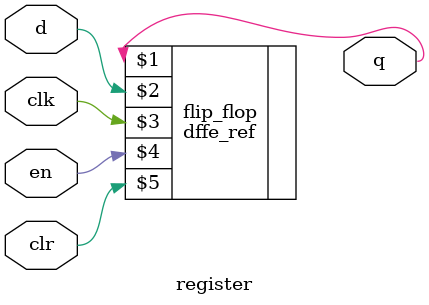
<source format=v>
module register(q, d, clk, en, clr);
    output q;
    input d;
    input clk;
    input en;
    input clr;

    dffe_ref flip_flop(q, d, clk, en, clr);
endmodule
</source>
